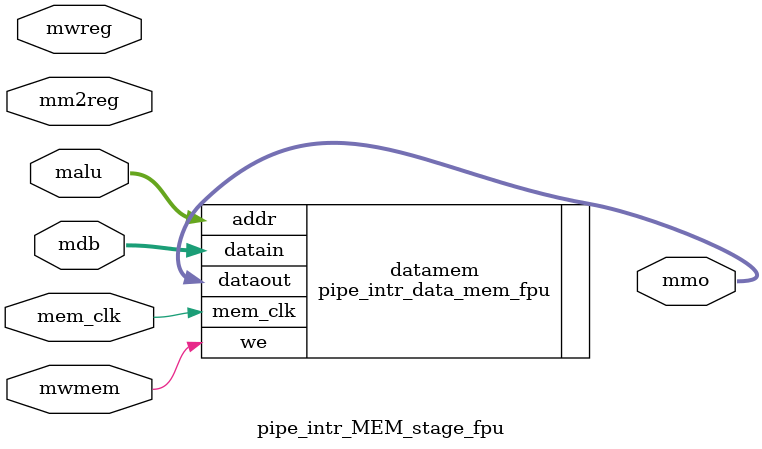
<source format=v>
module pipe_intr_MEM_stage_fpu (mem_clk,mwreg,mm2reg,mwmem,mdb,mmo,malu);
	input mwreg,mm2reg,mwmem,mem_clk;
	input [31:0] malu,mdb;
	output [31:0] mmo;
	
	pipe_intr_data_mem_fpu datamem (.mem_clk(mem_clk),.dataout(mmo),.datain(mdb),.addr(malu),.we(mwmem));
	
endmodule

</source>
